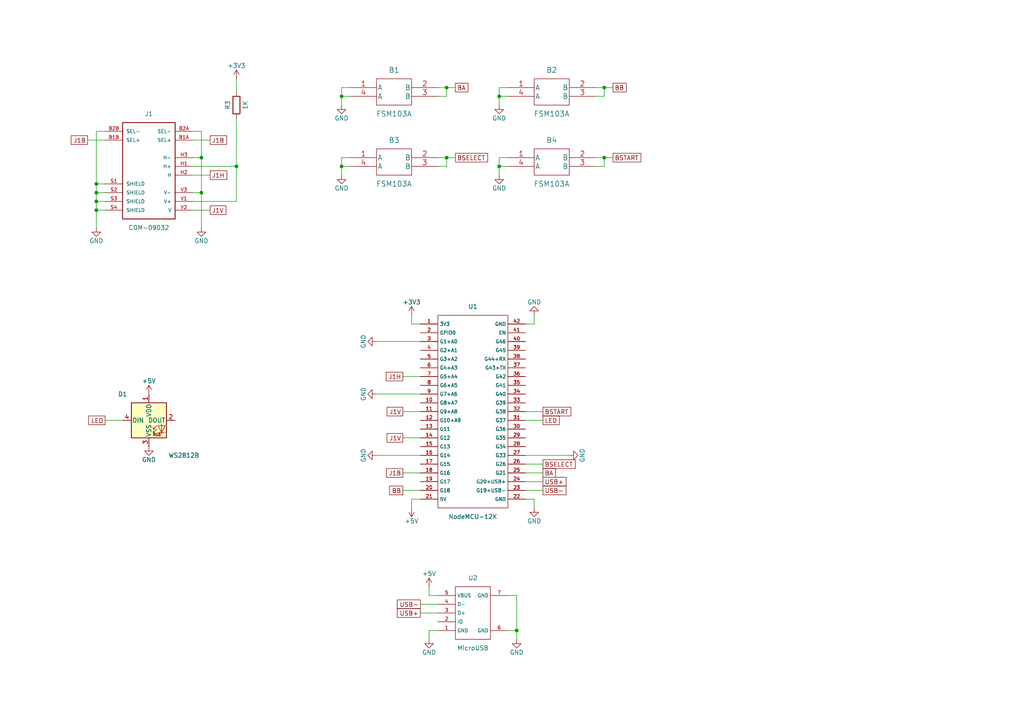
<source format=kicad_sch>
(kicad_sch (version 20211123) (generator eeschema)
  (paper "A4")
  (title_block (title "ZizaloPAD") (date "2022-08-19"))
  (lib_symbols
    (symbol "Device:R" (pin_numbers hide) (pin_names (offset 0))
      (property "Reference" "R" (at 2.032 0 90))
      (property "Value" "R" (at 0 0 90))
      (symbol "R_0_1"
        (rectangle (start -1.016 -2.54) (end 1.016 2.54) (stroke (width 0.254)))
      )
      (symbol "R_1_1"
        (pin passive line (at 0 3.81 270) (length 1.27) (name "~") (number "1"))
        (pin passive line (at 0 -3.81 90) (length 1.27) (name "~") (number "2"))
      )
    )
    (symbol "FSM103A_6" (pin_names (offset 0.254))
      (property "Reference" "U" (at 0 7.62 0))
      (property "Value" "FSM103A_6" (at 0 -5.08 0))
      (symbol "FSM103A_6_0_0"
        (rectangle (start -5.08 5.08) (end 5.08 -2.54))
      )
      (symbol "FSM103A_6_1_1"
        (pin passive line (at -12.7 2.54 0) (length 7.62) (name "A") (number "1"))
        (pin passive line (at 12.7 2.54 180) (length 7.62) (name "B") (number "2"))
        (pin passive line (at 12.7 0 180) (length 7.62) (name "B") (number "3"))
        (pin passive line (at -12.7 0 0) (length 7.62) (name "A") (number "4"))
      )
    )
    (symbol "FSM103A_7" (pin_names (offset 0.254))
      (property "Reference" "U" (at 0 7.62 0))
      (property "Value" "FSM103A_7" (at 0 -5.08 0))
      (symbol "FSM103A_7_0_0"
        (rectangle (start -5.08 5.08) (end 5.08 -2.54))
      )
      (symbol "FSM103A_7_1_1"
        (pin passive line (at -12.7 2.54 0) (length 7.62) (name "A") (number "1"))
        (pin passive line (at 12.7 2.54 180) (length 7.62) (name "B") (number "2"))
        (pin passive line (at 12.7 0 180) (length 7.62) (name "B") (number "3"))
        (pin passive line (at -12.7 0 0) (length 7.62) (name "A") (number "4"))
      )
    )
    (symbol "LED:WS2812B" (pin_names (offset 0.254))
      (property "Reference" "D" (at 5.08 5.715 0))
      (property "Value" "WS2812B" (at 1.27 -5.715 0))
      (symbol "WS2812B_0_0"
        (text "RGB" (at 2.286 -4.191 0) (effects (font (size 0.762 0.762))))
      )
      (symbol "WS2812B_0_1"
        (polyline (pts (xy 1.27 -3.556) (xy 1.778 -3.556)))
        (polyline (pts (xy 1.27 -2.54) (xy 1.778 -2.54)))
        (polyline (pts (xy 4.699 -3.556) (xy 2.667 -3.556)))
        (polyline (pts (xy 2.286 -2.54) (xy 1.27 -3.556) (xy 1.27 -3.048)))
        (polyline (pts (xy 2.286 -1.524) (xy 1.27 -2.54) (xy 1.27 -2.032)))
        (polyline (pts (xy 3.683 -1.016) (xy 3.683 -3.556) (xy 3.683 -4.064)))
        (polyline (pts (xy 4.699 -1.524) (xy 2.667 -1.524) (xy 3.683 -3.556) (xy 4.699 -1.524)))
        (rectangle (start 5.08 5.08) (end -5.08 -5.08) (stroke (width 0.254)) (fill (type background)))
      )
      (symbol "WS2812B_1_1"
        (pin power_in line (at 0 7.62 270) (length 2.54) (name "VDD") (number "1"))
        (pin output line (at 7.62 0 180) (length 2.54) (name "DOUT") (number "2"))
        (pin power_in line (at 0 -7.62 90) (length 2.54) (name "VSS") (number "3"))
        (pin input line (at -7.62 0 0) (length 2.54) (name "DIN") (number "4"))
      )
    )
    (symbol "MXPAD:COM-09032" (pin_names (offset 1.016))
      (property "Reference" "U" (at 0 16.51 0))
      (property "Value" "COM-09032" (at 0 -15.24 0))
      (symbol "COM-09032_0_0"
        (rectangle (start -7.62 15.24) (end 7.62 -12.7) (stroke (width 0.254)))
        (pin passive line (at -12.7 -7.62 0) (length 5.08) (name "SEL+") (number "B1A"))
        (pin passive line (at 12.7 -7.62 180) (length 5.08) (name "SEL+") (number "B1B"))
        (pin passive line (at -12.7 -10.16 0) (length 5.08) (name "SEL-") (number "B2A"))
        (pin passive line (at 12.7 -10.16 180) (length 5.08) (name "SEL-") (number "B2B"))
        (pin passive line (at -12.7 0 0) (length 5.08) (name "H+") (number "H1"))
        (pin passive line (at -12.7 2.54 0) (length 5.08) (name "H") (number "H2"))
        (pin passive line (at -12.7 -2.54 0) (length 5.08) (name "H-") (number "H3"))
        (pin passive line (at 12.7 5.08 180) (length 5.08) (name "SHIELD") (number "S1"))
        (pin passive line (at 12.7 7.62 180) (length 5.08) (name "SHIELD") (number "S2"))
        (pin passive line (at 12.7 10.16 180) (length 5.08) (name "SHIELD") (number "S3"))
        (pin passive line (at 12.7 12.7 180) (length 5.08) (name "SHIELD") (number "S4"))
        (pin passive line (at -12.7 10.16 0) (length 5.08) (name "V+") (number "V1"))
        (pin passive line (at -12.7 12.7 0) (length 5.08) (name "V") (number "V2"))
        (pin passive line (at -12.7 7.62 0) (length 5.08) (name "V-") (number "V3"))
      )
    )
    (symbol "MXPAD:FSM103A" (pin_names (offset 0.254))
      (property "Reference" "U" (at 0 7.62 0))
      (property "Value" "FSM103A" (at 0 -5.08 0))
      (symbol "FSM103A_0_0"
        (rectangle (start -5.08 5.08) (end 5.08 -2.54))
      )
      (symbol "FSM103A_1_1"
        (pin passive line (at -12.7 2.54 0) (length 7.62) (name "A") (number "1"))
        (pin passive line (at 12.7 2.54 180) (length 7.62) (name "B") (number "2"))
        (pin passive line (at 12.7 0 180) (length 7.62) (name "B") (number "3"))
        (pin passive line (at -12.7 0 0) (length 7.62) (name "A") (number "4"))
      )
    )
    (symbol "MXPAD:MicroUSB"
      (property "Reference" "U" (at 0 10.16 0))
      (property "Value" "MicroUSB" (at 0 -10.16 0))
      (symbol "MicroUSB_0_0"
        (pin bidirectional line (at -10.16 -5.08 0) (length 5.08) (name "GND") (number "1"))
        (pin bidirectional line (at -10.16 -2.54 0) (length 5.08) (name "IO") (number "2"))
        (pin bidirectional line (at -10.16 0 0) (length 5.08) (name "D+") (number "3"))
        (pin bidirectional line (at -10.16 2.54 0) (length 5.08) (name "D-") (number "4"))
        (pin bidirectional line (at -10.16 5.08 0) (length 5.08) (name "VBUS") (number "5"))
        (pin bidirectional line (at 10.16 -5.08 180) (length 5.08) (name "GND") (number "6"))
        (pin bidirectional line (at 10.16 5.08 180) (length 5.08) (name "GND") (number "7"))
      )
      (symbol "MicroUSB_0_1"
        (rectangle (start -5.08 7.62) (end 5.08 -7.62))
      )
    )
    (symbol "MXPAD:NodeMCU-12K"
      (property "Reference" "U" (at 0 27.94 0))
      (property "Value" "NodeMCU-12K" (at 0 -33.02 0))
      (symbol "NodeMCU-12K_0_0"
        (pin bidirectional line (at -15.24 22.86 0) (length 5.08) (name "3V3") (number "1"))
        (pin bidirectional line (at -15.24 0 0) (length 5.08) (name "G8+A7") (number "10"))
        (pin bidirectional line (at -15.24 -2.54 0) (length 5.08) (name "G9+A8") (number "11"))
        (pin bidirectional line (at -15.24 -5.08 0) (length 5.08) (name "G10+A9") (number "12"))
        (pin bidirectional line (at -15.24 -7.62 0) (length 5.08) (name "G11") (number "13"))
        (pin bidirectional line (at -15.24 -10.16 0) (length 5.08) (name "G12") (number "14"))
        (pin bidirectional line (at -15.24 -12.7 0) (length 5.08) (name "G13") (number "15"))
        (pin bidirectional line (at -15.24 -15.24 0) (length 5.08) (name "G14") (number "16"))
        (pin bidirectional line (at -15.24 -17.78 0) (length 5.08) (name "G15") (number "17"))
        (pin bidirectional line (at -15.24 -20.32 0) (length 5.08) (name "G16") (number "18"))
        (pin bidirectional line (at -15.24 -22.86 0) (length 5.08) (name "G17") (number "19"))
        (pin bidirectional line (at -15.24 20.32 0) (length 5.08) (name "GPIO0") (number "2"))
        (pin bidirectional line (at -15.24 -25.4 0) (length 5.08) (name "G18") (number "20"))
        (pin bidirectional line (at -15.24 -27.94 0) (length 5.08) (name "5V") (number "21"))
        (pin bidirectional line (at 15.24 -27.94 180) (length 5.08) (name "GND") (number "22"))
        (pin bidirectional line (at 15.24 -25.4 180) (length 5.08) (name "G19+USB-") (number "23"))
        (pin bidirectional line (at 15.24 -22.86 180) (length 5.08) (name "G20+USB+") (number "24"))
        (pin bidirectional line (at 15.24 -20.32 180) (length 5.08) (name "G21") (number "25"))
        (pin bidirectional line (at 15.24 -17.78 180) (length 5.08) (name "G26") (number "26"))
        (pin bidirectional line (at 15.24 -15.24 180) (length 5.08) (name "G33") (number "27"))
        (pin bidirectional line (at 15.24 -12.7 180) (length 5.08) (name "G34") (number "28"))
        (pin bidirectional line (at 15.24 -10.16 180) (length 5.08) (name "G35") (number "29"))
        (pin bidirectional line (at -15.24 17.78 0) (length 5.08) (name "G1+A0") (number "3"))
        (pin bidirectional line (at 15.24 -7.62 180) (length 5.08) (name "G36") (number "30"))
        (pin bidirectional line (at 15.24 -5.08 180) (length 5.08) (name "G37") (number "31"))
        (pin bidirectional line (at 15.24 -2.54 180) (length 5.08) (name "G38") (number "32"))
        (pin bidirectional line (at 15.24 0 180) (length 5.08) (name "G39") (number "33"))
        (pin bidirectional line (at 15.24 2.54 180) (length 5.08) (name "G40") (number "34"))
        (pin bidirectional line (at 15.24 5.08 180) (length 5.08) (name "G41") (number "35"))
        (pin bidirectional line (at 15.24 7.62 180) (length 5.08) (name "G42") (number "36"))
        (pin bidirectional line (at 15.24 10.16 180) (length 5.08) (name "G43+TX") (number "37"))
        (pin bidirectional line (at 15.24 12.7 180) (length 5.08) (name "G44+RX") (number "38"))
        (pin bidirectional line (at 15.24 15.24 180) (length 5.08) (name "G45") (number "39"))
        (pin bidirectional line (at -15.24 15.24 0) (length 5.08) (name "G2+A1") (number "4"))
        (pin bidirectional line (at 15.24 17.78 180) (length 5.08) (name "G46") (number "40"))
        (pin bidirectional line (at 15.24 20.32 180) (length 5.08) (name "EN") (number "41"))
        (pin bidirectional line (at 15.24 22.86 180) (length 5.08) (name "GND") (number "42"))
        (pin bidirectional line (at -15.24 12.7 0) (length 5.08) (name "G3+A2") (number "5"))
        (pin bidirectional line (at -15.24 10.16 0) (length 5.08) (name "G4+A3") (number "6"))
        (pin bidirectional line (at -15.24 7.62 0) (length 5.08) (name "G5+A4") (number "7"))
        (pin bidirectional line (at -15.24 5.08 0) (length 5.08) (name "G6+A5") (number "8"))
        (pin bidirectional line (at -15.24 2.54 0) (length 5.08) (name "G7+A6") (number "9"))
      )
      (symbol "NodeMCU-12K_0_1"
        (rectangle (start -10.16 25.4) (end 10.16 -30.48))
        (rectangle (start -8.89 7.62) (end -8.89 7.62))
        (rectangle (start -8.89 7.62) (end -8.89 7.62))
        (rectangle (start -8.89 7.62) (end -8.89 7.62))
        (rectangle (start -8.89 7.62) (end -8.89 7.62))
      )
    )
    (symbol "power:+3V3" (power) (pin_names (offset 0))
      (property "Value" "+3V3" (at 0 3.556 0))
      (symbol "+3V3_0_1"
        (polyline (pts (xy -0.762 1.27) (xy 0 2.54)))
        (polyline (pts (xy 0 0) (xy 0 2.54)))
        (polyline (pts (xy 0 2.54) (xy 0.762 1.27)))
      )
      (symbol "+3V3_1_1"
        (pin power_in line (at 0 0 90) (length 0) hide (name "+3V3") (number "1"))
      )
    )
    (symbol "power:+5V" (power) (pin_names (offset 0))
      (property "Value" "+5V" (at 0 3.556 0))
      (symbol "+5V_0_1"
        (polyline (pts (xy -0.762 1.27) (xy 0 2.54)))
        (polyline (pts (xy 0 0) (xy 0 2.54)))
        (polyline (pts (xy 0 2.54) (xy 0.762 1.27)))
      )
      (symbol "+5V_1_1"
        (pin power_in line (at 0 0 90) (length 0) hide (name "+5V") (number "1"))
      )
    )
    (symbol "power:GND" (power) (pin_names (offset 0))
      (property "Value" "GND" (at 0 -3.81 0))
      (symbol "GND_0_1"
        (polyline (pts (xy 0 0) (xy 0 -1.27) (xy 1.27 -1.27) (xy 0 -2.54) (xy -1.27 -1.27) (xy 0 -1.27)))
      )
      (symbol "GND_1_1"
        (pin power_in line (at 0 0 270) (length 0) hide (name "GND") (number "1"))
      )
    )
  )
  (junction (at 27.94 53.34))
  (junction (at 129.54 45.72))
  (junction (at 68.58 48.26))
  (junction (at 58.42 55.88))
  (junction (at 149.86 182.88))
  (junction (at 175.26 45.72))
  (junction (at 58.42 45.72))
  (junction (at 27.94 58.42))
  (junction (at 129.54 25.4))
  (junction (at 27.94 60.96))
  (junction (at 27.94 55.88))
  (junction (at 175.26 25.4))
  (junction (at 99.06 48.26))
  (junction (at 144.78 48.26))
  (junction (at 144.78 27.94))
  (junction (at 99.06 27.94))
  (wire (pts (xy 27.94 53.34) (xy 30.48 53.34)))
  (wire (pts (xy 127 172.72) (xy 124.46 172.72)))
  (wire (pts (xy 144.78 25.4) (xy 147.32 25.4)))
  (wire (pts (xy 152.4 132.08) (xy 165.1 132.08)))
  (wire (pts (xy 121.92 175.26) (xy 127 175.26)))
  (wire (pts (xy 55.88 45.72) (xy 58.42 45.72)))
  (wire (pts (xy 119.38 144.78) (xy 119.38 147.32)))
  (wire (pts (xy 99.06 27.94) (xy 99.06 25.4)))
  (wire (pts (xy 152.4 134.62) (xy 157.48 134.62)))
  (wire (pts (xy 27.94 60.96) (xy 27.94 58.42)))
  (wire (pts (xy 27.94 53.34) (xy 27.94 38.1)))
  (wire (pts (xy 152.4 93.98) (xy 154.94 93.98)))
  (wire (pts (xy 99.06 45.72) (xy 101.6 45.72)))
  (wire (pts (xy 121.92 144.78) (xy 119.38 144.78)))
  (wire (pts (xy 121.92 132.08) (xy 109.22 132.08)))
  (wire (pts (xy 172.72 27.94) (xy 175.26 27.94)))
  (wire (pts (xy 116.84 119.38) (xy 121.92 119.38)))
  (wire (pts (xy 154.94 147.32) (xy 154.94 144.78)))
  (wire (pts (xy 149.86 182.88) (xy 147.32 182.88)))
  (wire (pts (xy 154.94 144.78) (xy 152.4 144.78)))
  (wire (pts (xy 55.88 40.64) (xy 60.96 40.64)))
  (wire (pts (xy 175.26 45.72) (xy 177.8 45.72)))
  (wire (pts (xy 25.4 40.64) (xy 30.48 40.64)))
  (wire (pts (xy 172.72 45.72) (xy 175.26 45.72)))
  (wire (pts (xy 152.4 142.24) (xy 157.48 142.24)))
  (wire (pts (xy 124.46 172.72) (xy 124.46 170.18)))
  (wire (pts (xy 121.92 93.98) (xy 119.38 93.98)))
  (wire (pts (xy 99.06 25.4) (xy 101.6 25.4)))
  (wire (pts (xy 99.06 27.94) (xy 101.6 27.94)))
  (wire (pts (xy 30.48 121.92) (xy 35.56 121.92)))
  (wire (pts (xy 55.88 50.8) (xy 60.96 50.8)))
  (wire (pts (xy 144.78 30.48) (xy 144.78 27.94)))
  (wire (pts (xy 121.92 99.06) (xy 109.22 99.06)))
  (wire (pts (xy 116.84 127) (xy 121.92 127)))
  (wire (pts (xy 124.46 185.42) (xy 124.46 182.88)))
  (wire (pts (xy 58.42 38.1) (xy 58.42 45.72)))
  (wire (pts (xy 144.78 27.94) (xy 144.78 25.4)))
  (wire (pts (xy 27.94 58.42) (xy 30.48 58.42)))
  (wire (pts (xy 27.94 55.88) (xy 30.48 55.88)))
  (wire (pts (xy 129.54 27.94) (xy 129.54 25.4)))
  (wire (pts (xy 172.72 48.26) (xy 175.26 48.26)))
  (wire (pts (xy 149.86 185.42) (xy 149.86 182.88)))
  (wire (pts (xy 55.88 55.88) (xy 58.42 55.88)))
  (wire (pts (xy 144.78 45.72) (xy 147.32 45.72)))
  (wire (pts (xy 127 48.26) (xy 129.54 48.26)))
  (wire (pts (xy 175.26 48.26) (xy 175.26 45.72)))
  (wire (pts (xy 149.86 182.88) (xy 149.86 172.72)))
  (wire (pts (xy 149.86 172.72) (xy 147.32 172.72)))
  (wire (pts (xy 55.88 60.96) (xy 60.96 60.96)))
  (wire (pts (xy 157.48 119.38) (xy 152.4 119.38)))
  (wire (pts (xy 127 45.72) (xy 129.54 45.72)))
  (wire (pts (xy 127 25.4) (xy 129.54 25.4)))
  (wire (pts (xy 116.84 137.16) (xy 121.92 137.16)))
  (wire (pts (xy 58.42 45.72) (xy 58.42 55.88)))
  (wire (pts (xy 175.26 27.94) (xy 175.26 25.4)))
  (wire (pts (xy 121.92 177.8) (xy 127 177.8)))
  (wire (pts (xy 175.26 25.4) (xy 177.8 25.4)))
  (wire (pts (xy 68.58 22.86) (xy 68.58 26.67)))
  (wire (pts (xy 58.42 55.88) (xy 58.42 66.04)))
  (wire (pts (xy 99.06 48.26) (xy 99.06 45.72)))
  (wire (pts (xy 124.46 182.88) (xy 127 182.88)))
  (wire (pts (xy 144.78 48.26) (xy 147.32 48.26)))
  (wire (pts (xy 27.94 66.04) (xy 27.94 60.96)))
  (wire (pts (xy 157.48 121.92) (xy 152.4 121.92)))
  (wire (pts (xy 99.06 50.8) (xy 99.06 48.26)))
  (wire (pts (xy 144.78 27.94) (xy 147.32 27.94)))
  (wire (pts (xy 27.94 60.96) (xy 30.48 60.96)))
  (wire (pts (xy 144.78 50.8) (xy 144.78 48.26)))
  (wire (pts (xy 109.22 114.3) (xy 121.92 114.3)))
  (wire (pts (xy 55.88 38.1) (xy 58.42 38.1)))
  (wire (pts (xy 27.94 55.88) (xy 27.94 53.34)))
  (wire (pts (xy 152.4 137.16) (xy 157.48 137.16)))
  (wire (pts (xy 152.4 139.7) (xy 157.48 139.7)))
  (wire (pts (xy 116.84 142.24) (xy 121.92 142.24)))
  (wire (pts (xy 27.94 58.42) (xy 27.94 55.88)))
  (wire (pts (xy 129.54 45.72) (xy 132.08 45.72)))
  (wire (pts (xy 119.38 93.98) (xy 119.38 91.44)))
  (wire (pts (xy 99.06 48.26) (xy 101.6 48.26)))
  (wire (pts (xy 129.54 48.26) (xy 129.54 45.72)))
  (wire (pts (xy 129.54 25.4) (xy 132.08 25.4)))
  (wire (pts (xy 99.06 30.48) (xy 99.06 27.94)))
  (wire (pts (xy 68.58 48.26) (xy 68.58 58.42)))
  (wire (pts (xy 68.58 34.29) (xy 68.58 48.26)))
  (wire (pts (xy 127 27.94) (xy 129.54 27.94)))
  (wire (pts (xy 172.72 25.4) (xy 175.26 25.4)))
  (wire (pts (xy 116.84 109.22) (xy 121.92 109.22)))
  (wire (pts (xy 144.78 48.26) (xy 144.78 45.72)))
  (wire (pts (xy 27.94 38.1) (xy 30.48 38.1)))
  (wire (pts (xy 154.94 93.98) (xy 154.94 91.44)))
  (wire (pts (xy 55.88 48.26) (xy 68.58 48.26)))
  (wire (pts (xy 55.88 58.42) (xy 68.58 58.42)))
  (global_label "J1B" (shape passive) (at 116.84 137.16 180) (property "Intersheet References" "${INTERSHEET_REFS}" (effects hide)))
  (global_label "BSELECT" (shape passive) (at 132.08 45.72 0) (property "Intersheet References" "${INTERSHEET_REFS}" (effects hide)))
  (global_label "BB" (shape passive) (at 116.84 142.24 180) (property "Intersheet References" "${INTERSHEET_REFS}" (effects hide)))
  (global_label "LED" (shape passive) (at 157.48 121.92 0) (property "Intersheet References" "${INTERSHEET_REFS}" (effects hide)))
  (global_label "J1B" (shape passive) (at 25.4 40.64 180) (property "Intersheet References" "${INTERSHEET_REFS}" (effects hide)))
  (global_label "J1H" (shape passive) (at 60.96 50.8 0) (property "Intersheet References" "${INTERSHEET_REFS}" (effects hide)))
  (global_label "BA" (shape passive) (at 132.08 25.4 0) (property "Intersheet References" "${INTERSHEET_REFS}" (effects hide)))
  (global_label "BB" (shape passive) (at 177.8 25.4 0) (property "Intersheet References" "${INTERSHEET_REFS}" (effects hide)))
  (global_label "BA" (shape passive) (at 157.48 137.16 0) (property "Intersheet References" "${INTERSHEET_REFS}" (effects hide)))
  (global_label "USB+" (shape passive) (at 121.92 177.8 180) (property "Intersheet References" "${INTERSHEET_REFS}" (effects hide)))
  (global_label "J1B" (shape passive) (at 60.96 40.64 0) (property "Intersheet References" "${INTERSHEET_REFS}" (effects hide)))
  (global_label "BSELECT" (shape passive) (at 157.48 134.62 0) (property "Intersheet References" "${INTERSHEET_REFS}" (effects hide)))
  (global_label "J1H" (shape passive) (at 116.84 109.22 180) (property "Intersheet References" "${INTERSHEET_REFS}" (effects hide)))
  (global_label "BSTART" (shape passive) (at 177.8 45.72 0) (property "Intersheet References" "${INTERSHEET_REFS}" (effects hide)))
  (global_label "LED" (shape passive) (at 30.48 121.92 180) (property "Intersheet References" "${INTERSHEET_REFS}" (effects hide)))
  (global_label "BSTART" (shape passive) (at 157.48 119.38 0) (property "Intersheet References" "${INTERSHEET_REFS}" (effects hide)))
  (global_label "J1V" (shape passive) (at 60.96 60.96 0) (property "Intersheet References" "${INTERSHEET_REFS}" (effects hide)))
  (global_label "J1V" (shape passive) (at 116.84 127 180) (property "Intersheet References" "${INTERSHEET_REFS}" (effects hide)))
  (global_label "J1V" (shape passive) (at 116.84 119.38 180) (property "Intersheet References" "${INTERSHEET_REFS}" (effects hide)))
  (global_label "USB-" (shape passive) (at 121.92 175.26 180) (property "Intersheet References" "${INTERSHEET_REFS}" (effects hide)))
  (global_label "USB+" (shape passive) (at 157.48 139.7 0) (property "Intersheet References" "${INTERSHEET_REFS}" (effects hide)))
  (global_label "USB-" (shape passive) (at 157.48 142.24 0) (property "Intersheet References" "${INTERSHEET_REFS}" (effects hide)))
  (symbol (lib_id "MXPAD:COM-09032") (at 43.18 48.26 180) (unit 1)
    (property "Reference" "J1" (at 43.18 33.02 0))
    (property "Value" "COM-09032" (at 43.18 66.04 0))
    (property "Footprint" "MXPAD:COM-09032-SMD" (effects hide))
  )
  (symbol (lib_id "power:+3V3") (at 119.38 91.44 0) (unit 1)
    (property "Reference" "#PWR011" (effects hide))
    (property "Value" "+3V3" (at 119.38 87.63 0))
  )
  (symbol (lib_id "power:GND") (at 149.86 185.42 0) (unit 1)
    (property "Reference" "#PWR017" (effects hide))
    (property "Value" "GND" (at 149.86 189.23 0))
  )
  (symbol (lib_id "power:GND") (at 165.1 132.08 90) (unit 1)
    (property "Reference" "#PWR0101" (effects hide))
    (property "Value" "GND" (at 168.91 132.08 0))
  )
  (symbol (lib_id "power:GND") (at 124.46 185.42 0) (unit 1)
    (property "Reference" "#PWR015" (effects hide))
    (property "Value" "GND" (at 124.46 189.23 0))
  )
  (symbol (lib_id "power:GND") (at 109.22 114.3 270) (unit 1)
    (property "Reference" "#PWR?" (effects hide))
    (property "Value" "GND" (at 105.41 114.3 0))
  )
  (symbol (lib_name "FSM103A_7") (lib_id "MXPAD:FSM103A") (at 114.3 27.94 0) (unit 1)
    (property "Reference" "B1" (at 114.3 20.32 0) (effects (font (size 1.524 1.524))))
    (property "Value" "FSM103A" (at 114.3 33.02 0) (effects (font (size 1.524 1.524))))
    (property "Footprint" "MXPAD:FSM103A-SMD" (effects hide))
  )
  (symbol (lib_id "LED:WS2812B") (at 43.18 121.92 0) (unit 1)
    (property "Reference" "D1" (at 35.56 114.3 0))
    (property "Value" "WS2812B" (at 53.34 132.08 0))
    (property "Footprint" "LED_SMD:LED_WS2812B_PLCC4_5.0x5.0mm_P3.2mm" (effects hide))
    (property "Datasheet" "https://cdn-shop.adafruit.com/datasheets/WS2812B.pdf" (effects hide))
  )
  (symbol (lib_id "power:GND") (at 109.22 132.08 270) (unit 1)
    (property "Reference" "#PWR0103" (effects hide))
    (property "Value" "GND" (at 105.41 132.08 0))
  )
  (symbol (lib_id "MXPAD:FSM103A") (at 160.02 48.26 0) (unit 1)
    (property "Reference" "B4" (at 160.02 40.64 0) (effects (font (size 1.524 1.524))))
    (property "Value" "FSM103A" (at 160.02 53.34 0) (effects (font (size 1.524 1.524))))
    (property "Footprint" "MXPAD:FSM103A-SMD" (effects hide))
  )
  (symbol (lib_id "power:GND") (at 99.06 50.8 0) (unit 1)
    (property "Reference" "#PWR022" (effects hide))
    (property "Value" "GND" (at 99.06 54.61 0))
  )
  (symbol (lib_id "MXPAD:MicroUSB") (at 137.16 177.8 0) (unit 1)
    (property "Reference" "U2" (at 137.16 167.64 0))
    (property "Value" "MicroUSB" (at 137.16 187.96 0))
    (property "Footprint" "MXPAD:MicroUSB" (effects hide))
  )
  (symbol (lib_id "power:GND") (at 27.94 66.04 0) (unit 1)
    (property "Reference" "#PWR01" (effects hide))
    (property "Value" "GND" (at 27.94 69.85 0))
  )
  (symbol (lib_id "power:GND") (at 144.78 50.8 0) (unit 1)
    (property "Reference" "#PWR023" (effects hide))
    (property "Value" "GND" (at 144.78 54.61 0))
  )
  (symbol (lib_id "power:+5V") (at 124.46 170.18 0) (unit 1)
    (property "Reference" "#PWR014" (effects hide))
    (property "Value" "+5V" (at 124.46 166.37 0))
  )
  (symbol (lib_id "power:GND") (at 109.22 99.06 270) (unit 1)
    (property "Reference" "#PWR0102" (effects hide))
    (property "Value" "GND" (at 105.41 99.06 0))
  )
  (symbol (lib_id "power:GND") (at 43.18 129.54 0) (unit 1)
    (property "Reference" "#PWR04" (effects hide))
    (property "Value" "GND" (at 43.18 133.35 0))
  )
  (symbol (lib_id "power:+5V") (at 119.38 147.32 180) (unit 1)
    (property "Reference" "#PWR012" (effects hide))
    (property "Value" "+5V" (at 119.38 151.13 0))
  )
  (symbol (lib_id "power:GND") (at 154.94 91.44 180) (unit 1)
    (property "Reference" "#PWR018" (effects hide))
    (property "Value" "GND" (at 154.94 87.63 0))
  )
  (symbol (lib_id "power:+5V") (at 43.18 114.3 0) (unit 1)
    (property "Reference" "#PWR03" (effects hide))
    (property "Value" "+5V" (at 43.18 110.49 0))
  )
  (symbol (lib_id "power:GND") (at 144.78 30.48 0) (unit 1)
    (property "Reference" "#PWR016" (effects hide))
    (property "Value" "GND" (at 144.78 34.29 0))
  )
  (symbol (lib_id "MXPAD:NodeMCU-12K") (at 137.16 116.84 0) (unit 1)
    (property "Reference" "U1" (at 137.16 88.9 0))
    (property "Value" "NodeMCU-12K" (at 137.16 149.86 0))
    (property "Footprint" "MXPAD:NodeMCU-12K-SMD" (effects hide))
  )
  (symbol (lib_id "power:+3V3") (at 68.58 22.86 0) (unit 1)
    (property "Reference" "#PWR0104" (effects hide))
    (property "Value" "+3V3" (at 68.58 19.05 0))
  )
  (symbol (lib_name "FSM103A_6") (lib_id "MXPAD:FSM103A") (at 160.02 27.94 0) (unit 1)
    (property "Reference" "B2" (at 160.02 20.32 0) (effects (font (size 1.524 1.524))))
    (property "Value" "FSM103A" (at 160.02 33.02 0) (effects (font (size 1.524 1.524))))
    (property "Footprint" "MXPAD:FSM103A-SMD" (effects hide))
  )
  (symbol (lib_id "power:GND") (at 58.42 66.04 0) (unit 1)
    (property "Reference" "#PWR05" (effects hide))
    (property "Value" "GND" (at 58.42 69.85 0))
  )
  (symbol (lib_id "power:GND") (at 154.94 147.32 0) (unit 1)
    (property "Reference" "#PWR019" (effects hide))
    (property "Value" "GND" (at 154.94 151.13 0))
  )
  (symbol (lib_id "power:GND") (at 99.06 30.48 0) (unit 1)
    (property "Reference" "#PWR08" (effects hide))
    (property "Value" "GND" (at 99.06 34.29 0))
  )
  (symbol (lib_id "MXPAD:FSM103A") (at 114.3 48.26 0) (unit 1)
    (property "Reference" "B3" (at 114.3 40.64 0) (effects (font (size 1.524 1.524))))
    (property "Value" "FSM103A" (at 114.3 53.34 0) (effects (font (size 1.524 1.524))))
    (property "Footprint" "MXPAD:FSM103A-SMD" (effects hide))
  )
  (symbol (lib_id "Device:R") (at 68.58 30.48 180) (unit 1)
    (property "Reference" "R3" (at 66.04 30.48 90))
    (property "Value" "1K" (at 71.12 30.48 90))
    (property "Footprint" "Resistor_THT:R_Axial_DIN0207_L6.3mm_D2.5mm_P7.62mm_Horizontal" (effects hide))
  )
)
</source>
